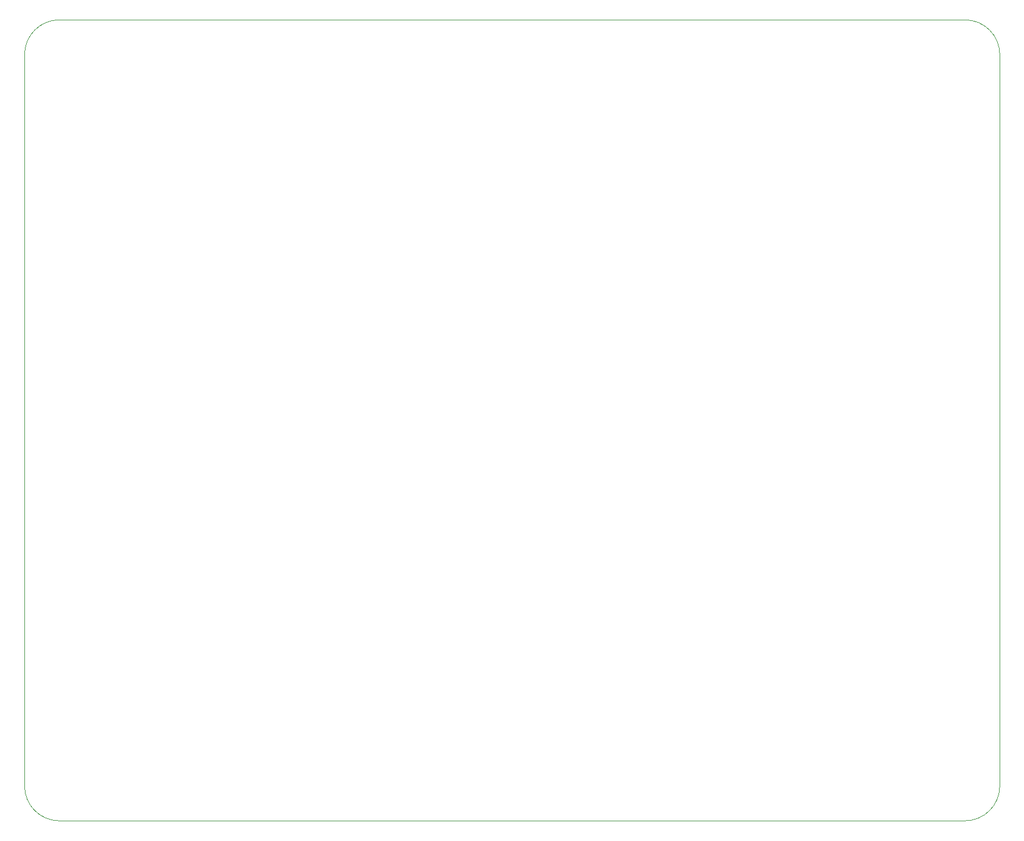
<source format=gm1>
G04 #@! TF.GenerationSoftware,KiCad,Pcbnew,(5.1.10)-1*
G04 #@! TF.CreationDate,2021-09-21T20:09:28+02:00*
G04 #@! TF.ProjectId,LED Strip clock,4c454420-5374-4726-9970-20636c6f636b,V1.0*
G04 #@! TF.SameCoordinates,Original*
G04 #@! TF.FileFunction,Profile,NP*
%FSLAX46Y46*%
G04 Gerber Fmt 4.6, Leading zero omitted, Abs format (unit mm)*
G04 Created by KiCad (PCBNEW (5.1.10)-1) date 2021-09-21 20:09:28*
%MOMM*%
%LPD*%
G01*
G04 APERTURE LIST*
G04 #@! TA.AperFunction,Profile*
%ADD10C,0.050000*%
G04 #@! TD*
G04 APERTURE END LIST*
D10*
X81280000Y-35560000D02*
G75*
G02*
X86360000Y-30480000I5080000J0D01*
G01*
X218440000Y-30480000D02*
G75*
G02*
X223520000Y-35560000I0J-5080000D01*
G01*
X223520000Y-142240000D02*
G75*
G02*
X218440000Y-147320000I-5080000J0D01*
G01*
X86360000Y-147320000D02*
G75*
G02*
X81280000Y-142240000I0J5080000D01*
G01*
X81280000Y-142240000D02*
X81280000Y-35560000D01*
X218440000Y-147320000D02*
X86360000Y-147320000D01*
X223520000Y-35560000D02*
X223520000Y-142240000D01*
X86360000Y-30480000D02*
X218440000Y-30480000D01*
M02*

</source>
